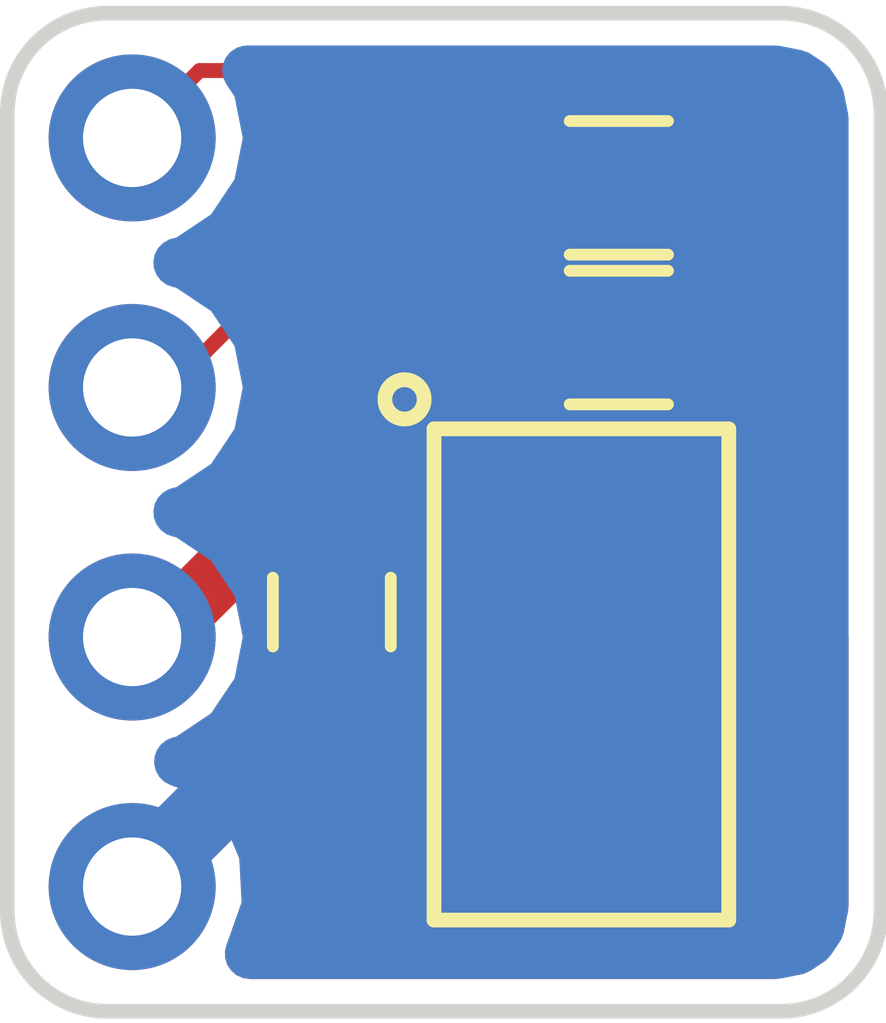
<source format=kicad_pcb>
(kicad_pcb (version 4) (host pcbnew 4.0.2-stable)

  (general
    (links 12)
    (no_connects 0)
    (area 142.672999 103.048999 151.713001 113.359001)
    (thickness 1.6)
    (drawings 14)
    (tracks 33)
    (zones 0)
    (modules 5)
    (nets 7)
  )

  (page USLetter)
  (layers
    (0 F.Cu signal)
    (31 B.Cu signal)
    (34 B.Paste user)
    (35 F.Paste user)
    (36 B.SilkS user)
    (37 F.SilkS user)
    (38 B.Mask user)
    (39 F.Mask user)
    (40 Dwgs.User user hide)
    (41 Cmts.User user hide)
    (44 Edge.Cuts user)
    (45 Margin user)
    (46 B.CrtYd user hide)
    (47 F.CrtYd user hide)
    (48 B.Fab user hide)
    (49 F.Fab user hide)
  )

  (setup
    (last_trace_width 0.635)
    (user_trace_width 0.1524)
    (user_trace_width 0.254)
    (user_trace_width 0.381)
    (user_trace_width 0.508)
    (user_trace_width 0.635)
    (user_trace_width 0.762)
    (user_trace_width 1.27)
    (trace_clearance 0.1524)
    (zone_clearance 0.254)
    (zone_45_only no)
    (trace_min 0.1524)
    (segment_width 0.2)
    (edge_width 0.15)
    (via_size 0.508)
    (via_drill 0.254)
    (via_min_size 0.508)
    (via_min_drill 0.254)
    (user_via 0.508 0.254)
    (user_via 0.6858 0.3302)
    (uvia_size 0.508)
    (uvia_drill 0.254)
    (uvias_allowed no)
    (uvia_min_size 0.508)
    (uvia_min_drill 0.254)
    (pcb_text_width 0.3)
    (pcb_text_size 1.5 1.5)
    (mod_edge_width 0.15)
    (mod_text_size 1 1)
    (mod_text_width 0.15)
    (pad_size 1.524 1.524)
    (pad_drill 0.762)
    (pad_to_mask_clearance 0.0762)
    (aux_axis_origin 0 0)
    (visible_elements 7FFCFFFF)
    (pcbplotparams
      (layerselection 0x00030_80000001)
      (usegerberextensions false)
      (excludeedgelayer true)
      (linewidth 0.100000)
      (plotframeref false)
      (viasonmask false)
      (mode 1)
      (useauxorigin false)
      (hpglpennumber 1)
      (hpglpenspeed 20)
      (hpglpendiameter 15)
      (hpglpenoverlay 2)
      (psnegative false)
      (psa4output false)
      (plotreference true)
      (plotvalue true)
      (plotinvisibletext false)
      (padsonsilk false)
      (subtractmaskfromsilk false)
      (outputformat 1)
      (mirror false)
      (drillshape 1)
      (scaleselection 1)
      (outputdirectory ""))
  )

  (net 0 "")
  (net 1 VDD)
  (net 2 GND)
  (net 3 /SDA)
  (net 4 /SCL)
  (net 5 "Net-(U1-Pad5)")
  (net 6 "Net-(U1-Pad6)")

  (net_class Default "This is the default net class."
    (clearance 0.1524)
    (trace_width 0.1524)
    (via_dia 0.508)
    (via_drill 0.254)
    (uvia_dia 0.508)
    (uvia_drill 0.254)
    (add_net /SCL)
    (add_net /SDA)
    (add_net GND)
    (add_net "Net-(U1-Pad5)")
    (add_net "Net-(U1-Pad6)")
    (add_net VDD)
  )

  (module Capacitors_SMD:C_0603_HandSoldering (layer F.Cu) (tedit 5C01C62E) (tstamp 5C01C5DF)
    (at 146.05 109.22 270)
    (descr "Capacitor SMD 0603, hand soldering")
    (tags "capacitor 0603")
    (path /5C01BE2D)
    (attr smd)
    (fp_text reference C1 (at 0 -1.25 270) (layer F.SilkS) hide
      (effects (font (size 1 1) (thickness 0.15)))
    )
    (fp_text value 100nF (at 0 1.5 270) (layer F.Fab)
      (effects (font (size 1 1) (thickness 0.15)))
    )
    (fp_text user %R (at 0 -1.25 270) (layer F.Fab)
      (effects (font (size 1 1) (thickness 0.15)))
    )
    (fp_line (start -0.8 0.4) (end -0.8 -0.4) (layer F.Fab) (width 0.1))
    (fp_line (start 0.8 0.4) (end -0.8 0.4) (layer F.Fab) (width 0.1))
    (fp_line (start 0.8 -0.4) (end 0.8 0.4) (layer F.Fab) (width 0.1))
    (fp_line (start -0.8 -0.4) (end 0.8 -0.4) (layer F.Fab) (width 0.1))
    (fp_line (start -0.35 -0.6) (end 0.35 -0.6) (layer F.SilkS) (width 0.12))
    (fp_line (start 0.35 0.6) (end -0.35 0.6) (layer F.SilkS) (width 0.12))
    (fp_line (start -1.8 -0.65) (end 1.8 -0.65) (layer F.CrtYd) (width 0.05))
    (fp_line (start -1.8 -0.65) (end -1.8 0.65) (layer F.CrtYd) (width 0.05))
    (fp_line (start 1.8 0.65) (end 1.8 -0.65) (layer F.CrtYd) (width 0.05))
    (fp_line (start 1.8 0.65) (end -1.8 0.65) (layer F.CrtYd) (width 0.05))
    (pad 1 smd rect (at -0.95 0 270) (size 1.2 0.75) (layers F.Cu F.Paste F.Mask)
      (net 1 VDD))
    (pad 2 smd rect (at 0.95 0 270) (size 1.2 0.75) (layers F.Cu F.Paste F.Mask)
      (net 2 GND))
    (model Capacitors_SMD.3dshapes/C_0603.wrl
      (at (xyz 0 0 0))
      (scale (xyz 1 1 1))
      (rotate (xyz 0 0 0))
    )
  )

  (module Resistors_SMD:R_0603_HandSoldering (layer F.Cu) (tedit 5C01C615) (tstamp 5C01C5F8)
    (at 148.971 106.426)
    (descr "Resistor SMD 0603, hand soldering")
    (tags "resistor 0603")
    (path /5C01BFCA)
    (attr smd)
    (fp_text reference R1 (at 0 -1.45) (layer F.SilkS) hide
      (effects (font (size 1 1) (thickness 0.15)))
    )
    (fp_text value 4.7k (at 0 1.55) (layer F.Fab)
      (effects (font (size 1 1) (thickness 0.15)))
    )
    (fp_text user %R (at 0 0) (layer F.Fab)
      (effects (font (size 0.4 0.4) (thickness 0.075)))
    )
    (fp_line (start -0.8 0.4) (end -0.8 -0.4) (layer F.Fab) (width 0.1))
    (fp_line (start 0.8 0.4) (end -0.8 0.4) (layer F.Fab) (width 0.1))
    (fp_line (start 0.8 -0.4) (end 0.8 0.4) (layer F.Fab) (width 0.1))
    (fp_line (start -0.8 -0.4) (end 0.8 -0.4) (layer F.Fab) (width 0.1))
    (fp_line (start 0.5 0.68) (end -0.5 0.68) (layer F.SilkS) (width 0.12))
    (fp_line (start -0.5 -0.68) (end 0.5 -0.68) (layer F.SilkS) (width 0.12))
    (fp_line (start -1.96 -0.7) (end 1.95 -0.7) (layer F.CrtYd) (width 0.05))
    (fp_line (start -1.96 -0.7) (end -1.96 0.7) (layer F.CrtYd) (width 0.05))
    (fp_line (start 1.95 0.7) (end 1.95 -0.7) (layer F.CrtYd) (width 0.05))
    (fp_line (start 1.95 0.7) (end -1.96 0.7) (layer F.CrtYd) (width 0.05))
    (pad 1 smd rect (at -1.1 0) (size 1.2 0.9) (layers F.Cu F.Paste F.Mask)
      (net 1 VDD))
    (pad 2 smd rect (at 1.1 0) (size 1.2 0.9) (layers F.Cu F.Paste F.Mask)
      (net 4 /SCL))
    (model ${KISYS3DMOD}/Resistors_SMD.3dshapes/R_0603.wrl
      (at (xyz 0 0 0))
      (scale (xyz 1 1 1))
      (rotate (xyz 0 0 0))
    )
  )

  (module Resistors_SMD:R_0603_HandSoldering (layer F.Cu) (tedit 5C01C60E) (tstamp 5C01C609)
    (at 148.971 104.902)
    (descr "Resistor SMD 0603, hand soldering")
    (tags "resistor 0603")
    (path /5C01C003)
    (attr smd)
    (fp_text reference R2 (at 0 -1.45) (layer F.SilkS) hide
      (effects (font (size 1 1) (thickness 0.15)))
    )
    (fp_text value 4.7k (at 0 1.55) (layer F.Fab)
      (effects (font (size 1 1) (thickness 0.15)))
    )
    (fp_text user %R (at 0 0) (layer F.Fab)
      (effects (font (size 0.4 0.4) (thickness 0.075)))
    )
    (fp_line (start -0.8 0.4) (end -0.8 -0.4) (layer F.Fab) (width 0.1))
    (fp_line (start 0.8 0.4) (end -0.8 0.4) (layer F.Fab) (width 0.1))
    (fp_line (start 0.8 -0.4) (end 0.8 0.4) (layer F.Fab) (width 0.1))
    (fp_line (start -0.8 -0.4) (end 0.8 -0.4) (layer F.Fab) (width 0.1))
    (fp_line (start 0.5 0.68) (end -0.5 0.68) (layer F.SilkS) (width 0.12))
    (fp_line (start -0.5 -0.68) (end 0.5 -0.68) (layer F.SilkS) (width 0.12))
    (fp_line (start -1.96 -0.7) (end 1.95 -0.7) (layer F.CrtYd) (width 0.05))
    (fp_line (start -1.96 -0.7) (end -1.96 0.7) (layer F.CrtYd) (width 0.05))
    (fp_line (start 1.95 0.7) (end 1.95 -0.7) (layer F.CrtYd) (width 0.05))
    (fp_line (start 1.95 0.7) (end -1.96 0.7) (layer F.CrtYd) (width 0.05))
    (pad 1 smd rect (at -1.1 0) (size 1.2 0.9) (layers F.Cu F.Paste F.Mask)
      (net 1 VDD))
    (pad 2 smd rect (at 1.1 0) (size 1.2 0.9) (layers F.Cu F.Paste F.Mask)
      (net 3 /SDA))
    (model ${KISYS3DMOD}/Resistors_SMD.3dshapes/R_0603.wrl
      (at (xyz 0 0 0))
      (scale (xyz 1 1 1))
      (rotate (xyz 0 0 0))
    )
  )

  (module ms5607-breakout:MS5607-02BA (layer F.Cu) (tedit 5C01C607) (tstamp 5C01C61F)
    (at 148.59 109.855)
    (path /5C01AC3D)
    (fp_text reference U1 (at 0 3.4) (layer F.SilkS) hide
      (effects (font (size 1 1) (thickness 0.15)))
    )
    (fp_text value MS5607-02BA (at 0 -3.7) (layer F.Fab)
      (effects (font (size 1 1) (thickness 0.15)))
    )
    (fp_circle (center -1.8 -2.8) (end -1.8 -2.6) (layer F.SilkS) (width 0.15))
    (fp_line (start -1.5 -2.5) (end 1.5 -2.5) (layer F.SilkS) (width 0.15))
    (fp_line (start 1.5 -2.5) (end 1.5 2.5) (layer F.SilkS) (width 0.15))
    (fp_line (start 1.5 2.5) (end -1.5 2.5) (layer F.SilkS) (width 0.15))
    (fp_line (start -1.5 2.5) (end -1.5 -2.5) (layer F.SilkS) (width 0.15))
    (fp_text user RESERVED (at 0 0 90) (layer F.CrtYd)
      (effects (font (size 0.45 0.45) (thickness 0.1125)))
    )
    (fp_line (start -1.7 -1.8) (end 1.7 -1.8) (layer F.CrtYd) (width 0.15))
    (fp_line (start 1.7 -1.8) (end 1.7 1.8) (layer F.CrtYd) (width 0.15))
    (fp_line (start 1.7 1.8) (end -1.7 1.8) (layer F.CrtYd) (width 0.15))
    (fp_line (start -1.7 1.8) (end -1.7 -1.8) (layer F.CrtYd) (width 0.15))
    (pad 1 smd rect (at -1.1 -1.875) (size 1.1 0.6) (layers F.Cu F.Paste F.Mask)
      (net 1 VDD))
    (pad 2 smd rect (at -1.1 -0.625) (size 1.1 0.6) (layers F.Cu F.Paste F.Mask)
      (net 1 VDD))
    (pad 3 smd rect (at -1.1 0.625) (size 1.1 0.6) (layers F.Cu F.Paste F.Mask)
      (net 2 GND))
    (pad 4 smd rect (at -1.1 1.875) (size 1.1 0.6) (layers F.Cu F.Paste F.Mask)
      (net 2 GND))
    (pad 5 smd rect (at 1.1 1.875) (size 1.1 0.6) (layers F.Cu F.Paste F.Mask)
      (net 5 "Net-(U1-Pad5)"))
    (pad 6 smd rect (at 1.1 0.625) (size 1.1 0.6) (layers F.Cu F.Paste F.Mask)
      (net 6 "Net-(U1-Pad6)"))
    (pad 7 smd rect (at 1.1 -0.625) (size 1.1 0.6) (layers F.Cu F.Paste F.Mask)
      (net 3 /SDA))
    (pad 8 smd rect (at 1.1 -1.875) (size 1.1 0.6) (layers F.Cu F.Paste F.Mask)
      (net 4 /SCL))
  )

  (module ms5607-breakout:Pin_Header_Straight_1x04_Pitch2.54mm (layer F.Cu) (tedit 5C01C7B4) (tstamp 5C01CAD7)
    (at 144.018 112.014 180)
    (descr "Through hole straight pin header, 1x04, 2.54mm pitch, single row")
    (tags "Through hole pin header THT 1x04 2.54mm single row")
    (path /5C01B7E9)
    (fp_text reference P1 (at 0 -2.33 180) (layer F.SilkS) hide
      (effects (font (size 1 1) (thickness 0.15)))
    )
    (fp_text value CONN_01X04 (at 0 9.95 180) (layer F.Fab)
      (effects (font (size 1 1) (thickness 0.15)))
    )
    (pad 1 thru_hole circle (at 0 0 180) (size 1.7 1.7) (drill 1) (layers *.Cu *.Mask)
      (net 2 GND))
    (pad 2 thru_hole oval (at 0 2.54 180) (size 1.7 1.7) (drill 1) (layers *.Cu *.Mask)
      (net 1 VDD))
    (pad 3 thru_hole oval (at 0 5.08 180) (size 1.7 1.7) (drill 1) (layers *.Cu *.Mask)
      (net 4 /SCL))
    (pad 4 thru_hole oval (at 0 7.62 180) (size 1.7 1.7) (drill 1) (layers *.Cu *.Mask)
      (net 3 /SDA))
    (model ${KISYS3DMOD}/Pin_Headers.3dshapes/Pin_Header_Straight_1x04_Pitch2.54mm.wrl
      (at (xyz 0 0 0))
      (scale (xyz 1 1 1))
      (rotate (xyz 0 0 0))
    )
  )

  (dimension 8.89 (width 0.3) (layer Dwgs.User)
    (gr_text "0.3500 in" (at 147.193 99.742) (layer Dwgs.User)
      (effects (font (size 1.5 1.5) (thickness 0.3)))
    )
    (feature1 (pts (xy 151.638 103.124) (xy 151.638 98.392)))
    (feature2 (pts (xy 142.748 103.124) (xy 142.748 98.392)))
    (crossbar (pts (xy 142.748 101.092) (xy 151.638 101.092)))
    (arrow1a (pts (xy 151.638 101.092) (xy 150.511496 101.678421)))
    (arrow1b (pts (xy 151.638 101.092) (xy 150.511496 100.505579)))
    (arrow2a (pts (xy 142.748 101.092) (xy 143.874504 101.678421)))
    (arrow2b (pts (xy 142.748 101.092) (xy 143.874504 100.505579)))
  )
  (dimension 10.16 (width 0.3) (layer Dwgs.User)
    (gr_text "0.4000 in" (at 156.29 108.204 270) (layer Dwgs.User)
      (effects (font (size 1.5 1.5) (thickness 0.3)))
    )
    (feature1 (pts (xy 152.146 113.284) (xy 157.64 113.284)))
    (feature2 (pts (xy 152.146 103.124) (xy 157.64 103.124)))
    (crossbar (pts (xy 154.94 103.124) (xy 154.94 113.284)))
    (arrow1a (pts (xy 154.94 113.284) (xy 154.353579 112.157496)))
    (arrow1b (pts (xy 154.94 113.284) (xy 155.526421 112.157496)))
    (arrow2a (pts (xy 154.94 103.124) (xy 154.353579 104.250504)))
    (arrow2b (pts (xy 154.94 103.124) (xy 155.526421 104.250504)))
  )
  (gr_line (start 142.748 112.268) (end 142.748 104.14) (angle 90) (layer Edge.Cuts) (width 0.15))
  (gr_line (start 151.638 104.14) (end 151.638 112.268) (angle 90) (layer Edge.Cuts) (width 0.15))
  (gr_line (start 150.622 113.284) (end 143.764 113.284) (angle 90) (layer Edge.Cuts) (width 0.15))
  (gr_line (start 150.622 103.124) (end 143.764 103.124) (angle 90) (layer Edge.Cuts) (width 0.15))
  (gr_arc (start 150.622 112.268) (end 151.638 112.268) (angle 90) (layer Edge.Cuts) (width 0.15))
  (gr_arc (start 143.764 112.268) (end 143.764 113.284) (angle 90) (layer Edge.Cuts) (width 0.15))
  (gr_arc (start 150.622 104.14) (end 150.622 103.124) (angle 90) (layer Edge.Cuts) (width 0.15))
  (gr_arc (start 143.764 104.14) (end 142.748 104.14) (angle 90) (layer Edge.Cuts) (width 0.15))
  (gr_text GND (at 147.828 112.014) (layer B.Mask)
    (effects (font (size 1.5 1.5) (thickness 0.3)) (justify mirror))
  )
  (gr_text VDD (at 147.828 109.474) (layer B.Mask)
    (effects (font (size 1.5 1.5) (thickness 0.3)) (justify mirror))
  )
  (gr_text SCL (at 147.828 106.934) (layer B.Mask)
    (effects (font (size 1.5 1.5) (thickness 0.3)) (justify mirror))
  )
  (gr_text SDA (at 147.828 104.394) (layer B.Mask)
    (effects (font (size 1.5 1.5) (thickness 0.3)) (justify mirror))
  )

  (segment (start 144.018 109.474) (end 144.272 109.474) (width 0.635) (layer F.Cu) (net 1) (status C00000))
  (segment (start 144.272 109.474) (end 145.476 108.27) (width 0.635) (layer F.Cu) (net 1) (tstamp 5C01D8C9) (status 400000))
  (segment (start 145.476 108.27) (end 146.05 108.27) (width 0.635) (layer F.Cu) (net 1) (tstamp 5C01D8CD) (status 800000))
  (segment (start 147.871 106.426) (end 147.871 104.902) (width 0.635) (layer F.Cu) (net 1))
  (segment (start 147.49 107.98) (end 147.49 106.807) (width 0.635) (layer F.Cu) (net 1))
  (segment (start 147.49 106.807) (end 147.871 106.426) (width 0.635) (layer F.Cu) (net 1) (tstamp 5C01D16B))
  (segment (start 146.05 108.27) (end 147.01 109.23) (width 0.254) (layer F.Cu) (net 1))
  (segment (start 147.01 109.23) (end 147.49 109.23) (width 0.1524) (layer F.Cu) (net 1) (tstamp 5C01C8A2))
  (segment (start 146.05 108.27) (end 146.34 107.98) (width 0.635) (layer F.Cu) (net 1))
  (segment (start 146.34 107.98) (end 147.49 107.98) (width 0.635) (layer F.Cu) (net 1) (tstamp 5C01C89F))
  (segment (start 146.05 110.17) (end 146.36 110.48) (width 0.635) (layer F.Cu) (net 2) (status C00000))
  (segment (start 146.36 110.48) (end 147.49 110.48) (width 0.635) (layer F.Cu) (net 2) (tstamp 5C01D976) (status C00000))
  (segment (start 144.018 104.394) (end 144.703802 103.708198) (width 0.1524) (layer F.Cu) (net 3))
  (segment (start 150.071 104.351) (end 150.071 104.902) (width 0.1524) (layer F.Cu) (net 3) (tstamp 5C01D166))
  (segment (start 149.428198 103.708198) (end 150.071 104.351) (width 0.1524) (layer F.Cu) (net 3) (tstamp 5C01D165))
  (segment (start 144.703802 103.708198) (end 149.428198 103.708198) (width 0.1524) (layer F.Cu) (net 3) (tstamp 5C01D163))
  (segment (start 150.071 104.902) (end 150.495 104.902) (width 0.1524) (layer F.Cu) (net 3))
  (segment (start 150.495 104.902) (end 151.13 105.537) (width 0.1524) (layer F.Cu) (net 3) (tstamp 5C01D14E))
  (segment (start 151.13 105.537) (end 151.13 108.585) (width 0.1524) (layer F.Cu) (net 3) (tstamp 5C01D14F))
  (segment (start 151.13 108.585) (end 150.485 109.23) (width 0.1524) (layer F.Cu) (net 3) (tstamp 5C01D151))
  (segment (start 150.485 109.23) (end 149.69 109.23) (width 0.1524) (layer F.Cu) (net 3) (tstamp 5C01D153))
  (segment (start 150.104 109.23) (end 149.69 109.23) (width 0.254) (layer F.Cu) (net 3) (tstamp 5C01C8F0))
  (segment (start 150.071 106.426) (end 150.071 107.599) (width 0.1524) (layer F.Cu) (net 4))
  (segment (start 150.071 107.599) (end 149.69 107.98) (width 0.1524) (layer F.Cu) (net 4) (tstamp 5C01D178))
  (segment (start 144.018 106.934) (end 144.399 106.934) (width 0.1524) (layer F.Cu) (net 4))
  (segment (start 144.399 106.934) (end 146.177 105.156) (width 0.1524) (layer F.Cu) (net 4) (tstamp 5C01D158))
  (segment (start 146.177 105.156) (end 146.177 104.648) (width 0.1524) (layer F.Cu) (net 4) (tstamp 5C01D159))
  (segment (start 146.177 104.648) (end 146.812 104.013) (width 0.1524) (layer F.Cu) (net 4) (tstamp 5C01D15A))
  (segment (start 146.812 104.013) (end 148.463 104.013) (width 0.1524) (layer F.Cu) (net 4) (tstamp 5C01D15B))
  (segment (start 148.463 104.013) (end 148.971 104.521) (width 0.1524) (layer F.Cu) (net 4) (tstamp 5C01D15D))
  (segment (start 148.971 104.521) (end 148.971 106.045) (width 0.1524) (layer F.Cu) (net 4) (tstamp 5C01D15E))
  (segment (start 148.971 106.045) (end 149.352 106.426) (width 0.1524) (layer F.Cu) (net 4) (tstamp 5C01D15F))
  (segment (start 149.352 106.426) (end 150.071 106.426) (width 0.1524) (layer F.Cu) (net 4) (tstamp 5C01D160))

  (zone (net 2) (net_name GND) (layer F.Cu) (tstamp 5C01D18D) (hatch edge 0.508)
    (connect_pads (clearance 0.254))
    (min_thickness 0.508)
    (fill yes (arc_segments 16) (thermal_gap 0.254) (thermal_bridge_width 0.762))
    (polygon
      (pts
        (xy 151.638 113.284) (xy 142.748 113.284) (xy 142.748 103.124) (xy 151.638 103.124) (xy 151.638 113.284)
      )
    )
    (filled_polygon
      (pts
        (xy 148.98847 107.064253) (xy 149.060968 107.176919) (xy 148.951747 107.19747) (xy 148.778847 107.308728) (xy 148.662855 107.478488)
        (xy 148.622048 107.68) (xy 148.622048 108.28) (xy 148.65747 108.468253) (xy 148.746321 108.606331) (xy 148.662855 108.728488)
        (xy 148.622048 108.93) (xy 148.622048 109.53) (xy 148.65747 109.718253) (xy 148.746321 109.856331) (xy 148.662855 109.978488)
        (xy 148.622048 110.18) (xy 148.622048 110.78) (xy 148.65747 110.968253) (xy 148.746321 111.106331) (xy 148.662855 111.228488)
        (xy 148.622048 111.43) (xy 148.622048 112.03) (xy 148.65747 112.218253) (xy 148.768728 112.391153) (xy 148.938488 112.507145)
        (xy 149.14 112.547952) (xy 150.24 112.547952) (xy 150.428253 112.51253) (xy 150.601153 112.401272) (xy 150.717145 112.231512)
        (xy 150.757952 112.03) (xy 150.757952 111.43) (xy 150.72253 111.241747) (xy 150.633679 111.103669) (xy 150.717145 110.981512)
        (xy 150.757952 110.78) (xy 150.757952 110.18) (xy 150.72253 109.991747) (xy 150.633679 109.853669) (xy 150.688274 109.773766)
        (xy 150.708564 109.76973) (xy 150.898092 109.643092) (xy 151.055 109.486184) (xy 151.055 112.210579) (xy 151.011488 112.429331)
        (xy 150.920101 112.566101) (xy 150.783331 112.657488) (xy 150.564579 112.701) (xy 145.215411 112.701) (xy 145.38832 112.212377)
        (xy 145.376301 111.984) (xy 146.432 111.984) (xy 146.432 112.131048) (xy 146.509339 112.317759) (xy 146.652242 112.460662)
        (xy 146.838953 112.538) (xy 147.236 112.538) (xy 147.363 112.411) (xy 147.363 111.857) (xy 147.617 111.857)
        (xy 147.617 112.411) (xy 147.744 112.538) (xy 148.141047 112.538) (xy 148.327758 112.460662) (xy 148.470661 112.317759)
        (xy 148.548 112.131048) (xy 148.548 111.984) (xy 148.421 111.857) (xy 147.617 111.857) (xy 147.363 111.857)
        (xy 146.559 111.857) (xy 146.432 111.984) (xy 145.376301 111.984) (xy 145.359926 111.672878) (xy 145.208095 111.306325)
        (xy 144.992518 111.219088) (xy 144.197605 112.014) (xy 144.211748 112.028142) (xy 144.032142 112.207748) (xy 144.018 112.193605)
        (xy 144.003858 112.207748) (xy 143.824252 112.028142) (xy 143.838395 112.014) (xy 143.824252 111.999858) (xy 144.003858 111.820252)
        (xy 144.018 111.834395) (xy 144.812912 111.039482) (xy 144.725675 110.823905) (xy 144.495243 110.742362) (xy 144.564289 110.728628)
        (xy 145.004856 110.434251) (xy 145.167 110.191585) (xy 145.167 110.297002) (xy 145.293998 110.297002) (xy 145.167 110.424)
        (xy 145.167 110.871047) (xy 145.244338 111.057758) (xy 145.387241 111.200661) (xy 145.573952 111.278) (xy 145.796 111.278)
        (xy 145.923 111.151) (xy 145.923 110.297) (xy 145.903 110.297) (xy 145.903 110.043) (xy 145.923 110.043)
        (xy 145.923 110.023) (xy 146.177 110.023) (xy 146.177 110.043) (xy 146.197 110.043) (xy 146.197 110.297)
        (xy 146.177 110.297) (xy 146.177 111.151) (xy 146.304 111.278) (xy 146.453105 111.278) (xy 146.432 111.328952)
        (xy 146.432 111.476) (xy 146.559 111.603) (xy 147.363 111.603) (xy 147.363 110.607) (xy 147.617 110.607)
        (xy 147.617 111.603) (xy 148.421 111.603) (xy 148.548 111.476) (xy 148.548 111.328952) (xy 148.470661 111.142241)
        (xy 148.43342 111.105) (xy 148.470661 111.067759) (xy 148.548 110.881048) (xy 148.548 110.734) (xy 148.421 110.607)
        (xy 147.617 110.607) (xy 147.363 110.607) (xy 147.343 110.607) (xy 147.343 110.353) (xy 147.363 110.353)
        (xy 147.363 110.333) (xy 147.617 110.333) (xy 147.617 110.353) (xy 148.421 110.353) (xy 148.548 110.226)
        (xy 148.548 110.078952) (xy 148.470661 109.892241) (xy 148.433033 109.854613) (xy 148.517145 109.731512) (xy 148.557952 109.53)
        (xy 148.557952 108.93) (xy 148.52253 108.741747) (xy 148.433679 108.603669) (xy 148.517145 108.481512) (xy 148.557952 108.28)
        (xy 148.557952 107.68) (xy 148.52253 107.491747) (xy 148.459601 107.393952) (xy 148.471 107.393952) (xy 148.659253 107.35853)
        (xy 148.832153 107.247272) (xy 148.948145 107.077512) (xy 148.970341 106.967905)
      )
    )
  )
  (zone (net 2) (net_name GND) (layer B.Cu) (tstamp 5C01D18D) (hatch edge 0.508)
    (connect_pads (clearance 0.254))
    (min_thickness 0.508)
    (fill yes (arc_segments 16) (thermal_gap 0.254) (thermal_bridge_width 0.762))
    (polygon
      (pts
        (xy 151.638 113.284) (xy 142.748 113.284) (xy 142.748 103.124) (xy 151.638 103.124) (xy 151.638 113.284)
      )
    )
    (filled_polygon
      (pts
        (xy 150.783331 103.750512) (xy 150.920101 103.841899) (xy 151.011488 103.978669) (xy 151.055 104.197421) (xy 151.055 112.210579)
        (xy 151.011488 112.429331) (xy 150.920101 112.566101) (xy 150.783331 112.657488) (xy 150.564579 112.701) (xy 145.215411 112.701)
        (xy 145.38832 112.212377) (xy 145.359926 111.672878) (xy 145.208095 111.306325) (xy 144.992518 111.219088) (xy 144.197605 112.014)
        (xy 144.211748 112.028142) (xy 144.032142 112.207748) (xy 144.018 112.193605) (xy 144.003858 112.207748) (xy 143.824252 112.028142)
        (xy 143.838395 112.014) (xy 143.824252 111.999858) (xy 144.003858 111.820252) (xy 144.018 111.834395) (xy 144.812912 111.039482)
        (xy 144.725675 110.823905) (xy 144.495243 110.742362) (xy 144.564289 110.728628) (xy 145.004856 110.434251) (xy 145.299233 109.993684)
        (xy 145.402605 109.474) (xy 145.299233 108.954316) (xy 145.004856 108.513749) (xy 144.564289 108.219372) (xy 144.487009 108.204)
        (xy 144.564289 108.188628) (xy 145.004856 107.894251) (xy 145.299233 107.453684) (xy 145.402605 106.934) (xy 145.299233 106.414316)
        (xy 145.004856 105.973749) (xy 144.564289 105.679372) (xy 144.487009 105.664) (xy 144.564289 105.648628) (xy 145.004856 105.354251)
        (xy 145.299233 104.913684) (xy 145.402605 104.394) (xy 145.299233 103.874316) (xy 145.187436 103.707) (xy 150.564579 103.707)
      )
    )
  )
)

</source>
